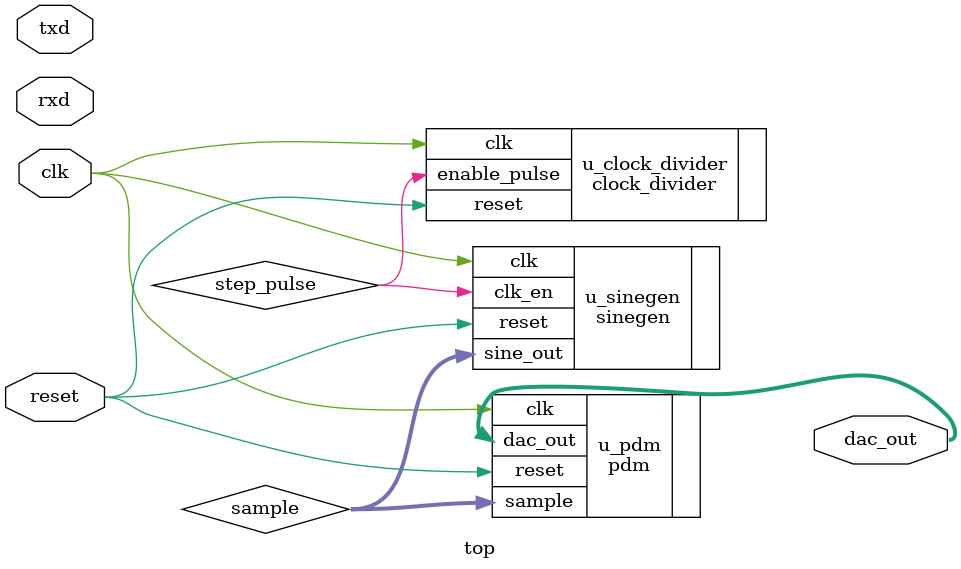
<source format=v>

module top (
input wire clk,
input wire reset,
input wire rxd,
input wire txd,
output wire [11:0] dac_out
);

// Clock enable for the wave generator
wire step_pulse;

// Sample coming out of wave generator into our pdm
wire [15:0] sample;

`ifdef USE_COMM
comm_interface u_comm_interface (
	.rxd(rxd),
	.txd(txd),
	.wr_addr(wr_addr),
	.wr_data(wr_data)
);

`else
clock_divider #(
	.DIVIDER_LOG2(4) // Triggers every 16 cycles
) u_clock_divider (
	.clk(clk),
	.reset(reset),
	.enable_pulse(step_pulse)
);

sinegen u_sinegen(
	.clk(clk),
	.reset(reset),
	.clk_en(step_pulse),
	.sine_out(sample)
);

`endif

// DAC driver
pdm #(
	.INPUT_WIDTH(16),
	.OUTPUT_WIDTH(12)
) u_pdm(
	.clk(clk),
	.reset(reset),
	.sample(sample),
	.dac_out(dac_out)
);

endmodule

</source>
